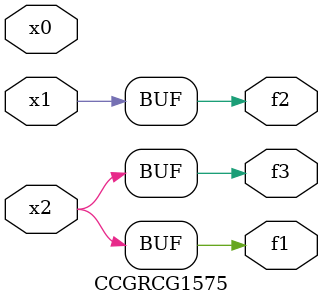
<source format=v>
module CCGRCG1575(
	input x0, x1, x2,
	output f1, f2, f3
);
	assign f1 = x2;
	assign f2 = x1;
	assign f3 = x2;
endmodule

</source>
